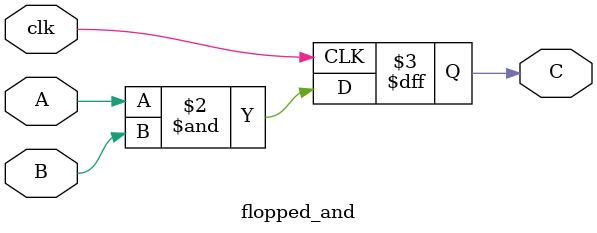
<source format=v>
module flopped_and(input  wire clk,
                   input  wire A,
                   input  wire B,
                   output reg  C);

    always @(posedge clk) begin
        C <= A & B;
    end

endmodule

</source>
